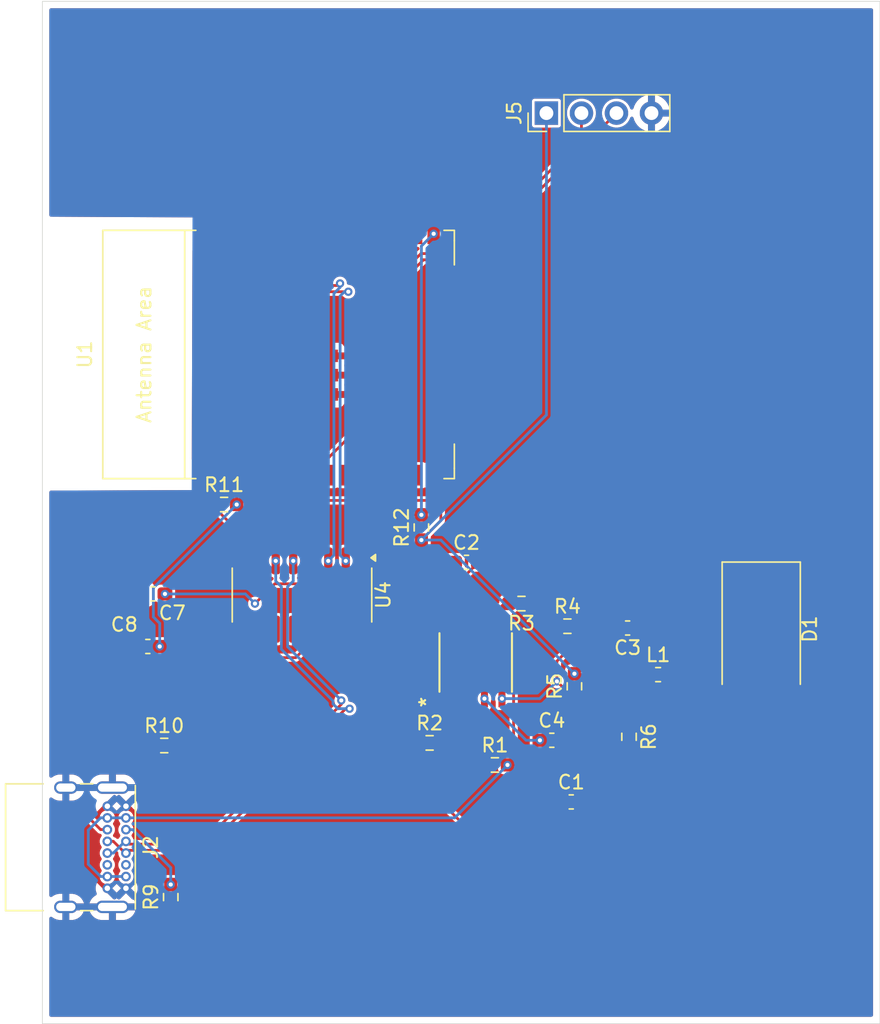
<source format=kicad_pcb>
(kicad_pcb (version 20241229) (generator "pcbnew") (generator_version "9.0")
  (layers (0 "F.Cu" signal) (2 "B.Cu" signal) (13 "F.Paste" user) (15 "B.Paste" user) (5 "F.SilkS" user "F.Silkscreen") (7 "B.SilkS" user "B.Silkscreen") (1 "F.Mask" user) (3 "B.Mask" user) (25 "Edge.Cuts" user))
  (net 0 "")
  (net 3 "VIN")
  (net 4 "GND")
  (net 5 "SW")
  (net 6 "BST")
  (net 7 "+3V3")
  (net 8 "COMP")
  (net 9 "Net-(C4-Pad2)")
  (net 10 "RTS")
  (net 11 "DTR")
  (net 13 "Net-(J2-CC2)")
  (net 14 "D+")
  (net 15 "D-")
  (net 16 "Net-(J2-CC1)")
  (net 17 "EN")
  (net 18 "FREQ")
  (net 19 "Net-(U2-FB)")
  (net 35 "N")
  (net 36 "P")
  (net 43 "unconnected-(U1-GPIO22-Pad36)")
  (net 44 "i2c+")
  (net 45 "i2c-")
  (footprint "MP1584:SOIC8E_MPS_MNP-L" (layer "F.Cu") (at 102.71 95.88 90)
    (property "Reference" "U2" (hide yes))
    (property "Value" "MP1584EN-LF-P")
    (fp_line (start 2.1209 -2.6289) (end -2.1209 -2.6289) (stroke (width 0.1524)) (layer "F.SilkS"))
    (fp_line (start -2.1209 2.6289) (end 2.1209 2.6289) (stroke (width 0.1524)) (layer "F.SilkS"))
    (fp_text user "*" (at -2.87535 -3.556 90) (layer "F.SilkS"))
    (fp_text user "*" (at -2.87535 -3.556 90) (layer "F.SilkS"))
    (pad "1" smd rect (at -2.621351 -1.905 90) (size 1.2549 0.508) (layers "F.Cu" "F.Mask" "F.Paste") (net 5 "SW"))
    (pad "2" smd rect (at -2.621351 -0.635 90) (size 1.2549 0.508) (layers "F.Cu" "F.Mask" "F.Paste") (net 17 "EN"))
    (pad "3" smd rect (at -2.621351 0.635 90) (size 1.2549 0.508) (layers "F.Cu" "F.Mask" "F.Paste") (net 8 "COMP"))
    (pad "4" smd rect (at -2.621351 1.905 90) (size 1.2549 0.508) (layers "F.Cu" "F.Mask" "F.Paste") (net 19 "Net-(U2-FB)"))
    (pad "5" smd rect (at 2.621351 1.905 90) (size 1.2549 0.508) (layers "F.Cu" "F.Mask" "F.Paste") (net 4 "GND"))
    (pad "6" smd rect (at 2.621351 0.635 90) (size 1.2549 0.508) (layers "F.Cu" "F.Mask" "F.Paste") (net 18 "FREQ"))
    (pad "7" smd rect (at 2.621351 -0.635 90) (size 1.2549 0.508) (layers "F.Cu" "F.Mask" "F.Paste") (net 3 "VIN"))
    (pad "8" smd rect (at 2.621351 -1.905 90) (size 1.2549 0.508) (layers "F.Cu" "F.Mask" "F.Paste") (net 6 "BST"))
    (pad "EPAD" smd rect (at 0 0 90) (size 2.5654 3.4544) (layers "F.Cu" "F.Mask"))
  )
  (footprint "Capacitor_SMD:C_0603_1608Metric_Pad1.08x0.95mm_HandSolder" (layer "F.Cu") (at 79.3075 90.91 180)
    (property "Reference" "C7" (at -1.3925 -1.38 0) (layer "F.SilkS"))
    (property "Value" "10uF")
    (fp_line (start -0.146267 0.51) (end 0.146267 0.51) (stroke (width 0.12)) (layer "F.SilkS"))
    (fp_line (start -0.146267 -0.51) (end 0.146267 -0.51) (stroke (width 0.12)) (layer "F.SilkS"))
    (pad "1" smd roundrect (at -0.8625 0 180) (size 1.075 0.95) (layers "F.Cu" "F.Mask" "F.Paste") (net 10 "RTS"))
    (pad "2" smd roundrect (at 0.8625 0 180) (size 1.075 0.95) (layers "F.Cu" "F.Mask" "F.Paste") (net 4 "GND"))
  )
  (footprint "Capacitor_SMD:C_0603_1608Metric_Pad1.08x0.95mm_HandSolder" (layer "F.Cu") (at 102.0425 88.62)
    (property "Reference" "C2" (at 0 -1.43 0) (layer "F.SilkS"))
    (property "Value" "100nF")
    (fp_line (start -0.146267 -0.51) (end 0.146267 -0.51) (stroke (width 0.12)) (layer "F.SilkS"))
    (fp_line (start -0.146267 0.51) (end 0.146267 0.51) (stroke (width 0.12)) (layer "F.SilkS"))
    (pad "1" smd roundrect (at -0.8625 0) (size 1.075 0.95) (layers "F.Cu" "F.Mask" "F.Paste") (net 6 "BST"))
    (pad "2" smd roundrect (at 0.8625 0) (size 1.075 0.95) (layers "F.Cu" "F.Mask" "F.Paste") (net 5 "SW"))
  )
  (footprint "Resistor_SMD:R_0603_1608Metric_Pad0.98x0.95mm_HandSolder" (layer "F.Cu") (at 98.77 86.09 90)
    (property "Reference" "R12" (at 0 -1.43 90) (layer "F.SilkS"))
    (property "Value" "10k")
    (fp_line (start -0.254724 -0.5225) (end 0.254724 -0.5225) (stroke (width 0.12)) (layer "F.SilkS"))
    (fp_line (start -0.254724 0.5225) (end 0.254724 0.5225) (stroke (width 0.12)) (layer "F.SilkS"))
    (pad "1" smd roundrect (at -0.9125 0 90) (size 0.975 0.95) (layers "F.Cu" "F.Mask" "F.Paste") (net 7 "+3V3"))
    (pad "2" smd roundrect (at 0.9125 0 90) (size 0.975 0.95) (layers "F.Cu" "F.Mask" "F.Paste") (net 10 "RTS"))
  )
  (footprint "Resistor_SMD:R_0603_1608Metric_Pad0.98x0.95mm_HandSolder" (layer "F.Cu") (at 80.1175 101.9)
    (property "Reference" "R10" (at 0 -1.43 0) (layer "F.SilkS"))
    (property "Value" "5.1k")
    (fp_line (start -0.254724 -0.5225) (end 0.254724 -0.5225) (stroke (width 0.12)) (layer "F.SilkS"))
    (fp_line (start -0.254724 0.5225) (end 0.254724 0.5225) (stroke (width 0.12)) (layer "F.SilkS"))
    (pad "1" smd roundrect (at -0.9125 0) (size 0.975 0.95) (layers "F.Cu" "F.Mask" "F.Paste") (net 4 "GND"))
    (pad "2" smd roundrect (at 0.9125 0) (size 0.975 0.95) (layers "F.Cu" "F.Mask" "F.Paste") (net 13 "Net-(J2-CC2)"))
  )
  (footprint "Package_SO:SOIC-16_3.9x9.9mm_P1.27mm" (layer "F.Cu") (at 90.11 90.99 -90)
    (property "Reference" "U4" (at 0 -5.9 90) (layer "F.SilkS"))
    (property "Value" "CH340C")
    (fp_line (start 0 5.06) (end -1.95 5.06) (stroke (width 0.12)) (layer "F.SilkS"))
    (fp_line (start 0 5.06) (end 1.95 5.06) (stroke (width 0.12)) (layer "F.SilkS"))
    (fp_line (start 0 -5.06) (end -1.95 -5.06) (stroke (width 0.12)) (layer "F.SilkS"))
    (fp_line (start 0 -5.06) (end 1.95 -5.06) (stroke (width 0.12)) (layer "F.SilkS"))
    (fp_poly (pts (xy -2.7 -5.005) (xy -2.94 -5.335) (xy -2.46 -5.335) (xy -2.7 -5.005)) (stroke (width 0.12)) (fill yes) (layer "F.SilkS"))
    (pad "1" smd roundrect (at -2.475 -4.445 270) (size 1.95 0.6) (layers "F.Cu" "F.Mask" "F.Paste") (net 4 "GND"))
    (pad "2" smd roundrect (at -2.475 -3.175 270) (size 1.95 0.6) (layers "F.Cu" "F.Mask" "F.Paste") (net 35 "N"))
    (pad "3" smd roundrect (at -2.475 -1.905 270) (size 1.95 0.6) (layers "F.Cu" "F.Mask" "F.Paste") (net 36 "P"))
    (pad "4" smd roundrect (at -2.475 -0.635 270) (size 1.95 0.6) (layers "F.Cu" "F.Mask" "F.Paste"))
    (pad "5" smd roundrect (at -2.475 0.635 270) (size 1.95 0.6) (layers "F.Cu" "F.Mask" "F.Paste") (net 14 "D+"))
    (pad "6" smd roundrect (at -2.475 1.905 270) (size 1.95 0.6) (layers "F.Cu" "F.Mask" "F.Paste") (net 15 "D-"))
    (pad "7" smd roundrect (at -2.475 3.175 270) (size 1.95 0.6) (layers "F.Cu" "F.Mask" "F.Paste"))
    (pad "8" smd roundrect (at -2.475 4.445 270) (size 1.95 0.6) (layers "F.Cu" "F.Mask" "F.Paste"))
    (pad "9" smd roundrect (at 2.475 4.445 270) (size 1.95 0.6) (layers "F.Cu" "F.Mask" "F.Paste"))
    (pad "10" smd roundrect (at 2.475 3.175 270) (size 1.95 0.6) (layers "F.Cu" "F.Mask" "F.Paste"))
    (pad "11" smd roundrect (at 2.475 1.905 270) (size 1.95 0.6) (layers "F.Cu" "F.Mask" "F.Paste"))
    (pad "12" smd roundrect (at 2.475 0.635 270) (size 1.95 0.6) (layers "F.Cu" "F.Mask" "F.Paste"))
    (pad "13" smd roundrect (at 2.475 -0.635 270) (size 1.95 0.6) (layers "F.Cu" "F.Mask" "F.Paste") (net 11 "DTR"))
    (pad "14" smd roundrect (at 2.475 -1.905 270) (size 1.95 0.6) (layers "F.Cu" "F.Mask" "F.Paste") (net 10 "RTS"))
    (pad "15" smd roundrect (at 2.475 -3.175 270) (size 1.95 0.6) (layers "F.Cu" "F.Mask" "F.Paste"))
    (pad "16" smd roundrect (at 2.475 -4.445 270) (size 1.95 0.6) (layers "F.Cu" "F.Mask" "F.Paste") (net 7 "+3V3"))
  )
  (footprint "Capacitor_SMD:C_0603_1608Metric_Pad1.08x0.95mm_HandSolder" (layer "F.Cu") (at 113.73 93.38 180)
    (property "Reference" "C3" (at 0 -1.43 0) (layer "F.SilkS"))
    (property "Value" "22uF")
    (fp_line (start -0.146267 0.51) (end 0.146267 0.51) (stroke (width 0.12)) (layer "F.SilkS"))
    (fp_line (start -0.146267 -0.51) (end 0.146267 -0.51) (stroke (width 0.12)) (layer "F.SilkS"))
    (pad "1" smd roundrect (at -0.8625 0 180) (size 1.075 0.95) (layers "F.Cu" "F.Mask" "F.Paste") (net 7 "+3V3"))
    (pad "2" smd roundrect (at 0.8625 0 180) (size 1.075 0.95) (layers "F.Cu" "F.Mask" "F.Paste") (net 4 "GND"))
  )
  (footprint "Connector_PinHeader_2.54mm:PinHeader_1x04_P2.54mm_Vertical" (layer "F.Cu") (at 107.84 56.05 90)
    (property "Reference" "J5" (at 0 -2.33 90) (layer "F.SilkS"))
    (property "Value" "Display Connector")
    (fp_line (start -1.33 -1.33) (end 0 -1.33) (stroke (width 0.12)) (layer "F.SilkS"))
    (fp_line (start -1.33 0) (end -1.33 -1.33) (stroke (width 0.12)) (layer "F.SilkS"))
    (fp_line (start 1.33 1.27) (end 1.33 8.95) (stroke (width 0.12)) (layer "F.SilkS"))
    (fp_line (start -1.33 1.27) (end 1.33 1.27) (stroke (width 0.12)) (layer "F.SilkS"))
    (fp_line (start -1.33 1.27) (end -1.33 8.95) (stroke (width 0.12)) (layer "F.SilkS"))
    (fp_line (start -1.33 8.95) (end 1.33 8.95) (stroke (width 0.12)) (layer "F.SilkS"))
    (pad "1" thru_hole rect (at 0 0 90) (size 1.7 1.7) (drill 1) (layers "*.Cu" "*.Mask") (net 7 "+3V3"))
    (pad "2" thru_hole oval (at 0 2.54 90) (size 1.7 1.7) (drill 1) (layers "*.Cu" "*.Mask") (net 44 "i2c+"))
    (pad "3" thru_hole oval (at 0 5.08 90) (size 1.7 1.7) (drill 1) (layers "*.Cu" "*.Mask") (net 45 "i2c-"))
    (pad "4" thru_hole oval (at 0 7.62 90) (size 1.7 1.7) (drill 1) (layers "*.Cu" "*.Mask") (net 4 "GND"))
  )
  (footprint "Resistor_SMD:R_0603_1608Metric_Pad0.98x0.95mm_HandSolder" (layer "F.Cu") (at 99.3675 101.71)
    (property "Reference" "R2" (at 0 -1.43 0) (layer "F.SilkS"))
    (property "Value" "24.9k")
    (fp_line (start -0.254724 -0.5225) (end 0.254724 -0.5225) (stroke (width 0.12)) (layer "F.SilkS"))
    (fp_line (start -0.254724 0.5225) (end 0.254724 0.5225) (stroke (width 0.12)) (layer "F.SilkS"))
    (pad "1" smd roundrect (at -0.9125 0) (size 0.975 0.95) (layers "F.Cu" "F.Mask" "F.Paste") (net 4 "GND"))
    (pad "2" smd roundrect (at 0.9125 0) (size 0.975 0.95) (layers "F.Cu" "F.Mask" "F.Paste") (net 17 "EN"))
  )
  (footprint "Resistor_SMD:R_0603_1608Metric_Pad0.98x0.95mm_HandSolder" (layer "F.Cu") (at 106.03 91.61 180)
    (property "Reference" "R3" (at 0 -1.43 0) (layer "F.SilkS"))
    (property "Value" "200k")
    (fp_line (start -0.254724 0.5225) (end 0.254724 0.5225) (stroke (width 0.12)) (layer "F.SilkS"))
    (fp_line (start -0.254724 -0.5225) (end 0.254724 -0.5225) (stroke (width 0.12)) (layer "F.SilkS"))
    (pad "1" smd roundrect (at -0.9125 0 180) (size 0.975 0.95) (layers "F.Cu" "F.Mask" "F.Paste") (net 4 "GND"))
    (pad "2" smd roundrect (at 0.9125 0 180) (size 0.975 0.95) (layers "F.Cu" "F.Mask" "F.Paste") (net 18 "FREQ"))
  )
  (footprint "Capacitor_SMD:C_0603_1608Metric_Pad1.08x0.95mm_HandSolder" (layer "F.Cu") (at 109.64 105.99)
    (property "Reference" "C1" (at 0 -1.43 0) (layer "F.SilkS"))
    (property "Value" "10uF")
    (fp_line (start -0.146267 -0.51) (end 0.146267 -0.51) (stroke (width 0.12)) (layer "F.SilkS"))
    (fp_line (start -0.146267 0.51) (end 0.146267 0.51) (stroke (width 0.12)) (layer "F.SilkS"))
    (pad "1" smd roundrect (at -0.8625 0) (size 1.075 0.95) (layers "F.Cu" "F.Mask" "F.Paste") (net 3 "VIN"))
    (pad "2" smd roundrect (at 0.8625 0) (size 1.075 0.95) (layers "F.Cu" "F.Mask" "F.Paste") (net 4 "GND"))
  )
  (footprint "Resistor_SMD:R_0603_1608Metric_Pad0.98x0.95mm_HandSolder" (layer "F.Cu") (at 80.59 112.89 90)
    (property "Reference" "R9" (at 0 -1.43 90) (layer "F.SilkS"))
    (property "Value" "5.1k")
    (fp_line (start -0.254724 -0.5225) (end 0.254724 -0.5225) (stroke (width 0.12)) (layer "F.SilkS"))
    (fp_line (start -0.254724 0.5225) (end 0.254724 0.5225) (stroke (width 0.12)) (layer "F.SilkS"))
    (pad "1" smd roundrect (at -0.9125 0 90) (size 0.975 0.95) (layers "F.Cu" "F.Mask" "F.Paste") (net 4 "GND"))
    (pad "2" smd roundrect (at 0.9125 0 90) (size 0.975 0.95) (layers "F.Cu" "F.Mask" "F.Paste") (net 16 "Net-(J2-CC1)"))
  )
  (footprint "PCM_Espressif:ESP32-WROOM-32E" (layer "F.Cu") (at 90.16 73.55 90)
    (property "Reference" "U1" (at 0 -15.8 90) (layer "F.SilkS"))
    (property "Value" "ESP32-WROOM-E")
    (fp_line (start 9 -14.5) (end 9 -7.75) (stroke (width 0.12)) (layer "F.SilkS"))
    (fp_line (start -9 -14.5) (end 9 -14.5) (stroke (width 0.12)) (layer "F.SilkS"))
    (fp_line (start -9 -14.5) (end -9 -7.75) (stroke (width 0.12)) (layer "F.SilkS"))
    (fp_line (start 9 -8.56) (end -9 -8.56) (stroke (width 0.12)) (layer "F.SilkS"))
    (fp_line (start 9 10.25) (end 9 11) (stroke (width 0.12)) (layer "F.SilkS"))
    (fp_line (start -9 10.25) (end -9 11) (stroke (width 0.12)) (layer "F.SilkS"))
    (fp_line (start 9 11) (end 8.25 11) (stroke (width 0.12)) (layer "F.SilkS"))
    (fp_line (start 8.25 11) (end 6.5 11) (stroke (width 0.12)) (layer "F.SilkS"))
    (fp_line (start -8.25 11) (end -6.5 11) (stroke (width 0.12)) (layer "F.SilkS"))
    (fp_line (start -9 11) (end -8.25 11) (stroke (width 0.12)) (layer "F.SilkS"))
    (fp_text user "Antenna Area" (at 0 -11.5 90) (layer "F.SilkS"))
    (pad "1" smd rect (at -8.75 -7.01 90) (size 1.5 0.9) (layers "F.Cu" "F.Mask" "F.Paste") (net 4 "GND"))
    (pad "2" smd rect (at -8.75 -5.74 90) (size 1.5 0.9) (layers "F.Cu" "F.Mask" "F.Paste") (net 7 "+3V3"))
    (pad "3" smd rect (at -8.75 -4.47 90) (size 1.5 0.9) (layers "F.Cu" "F.Mask" "F.Paste") (net 11 "DTR"))
    (pad "4" smd rect (at -8.75 -3.2 90) (size 1.5 0.9) (layers "F.Cu" "F.Mask" "F.Paste"))
    (pad "5" smd rect (at -8.75 -1.93 90) (size 1.5 0.9) (layers "F.Cu" "F.Mask" "F.Paste"))
    (pad "6" smd rect (at -8.75 -0.66 90) (size 1.5 0.9) (layers "F.Cu" "F.Mask" "F.Paste"))
    (pad "7" smd rect (at -8.75 0.61 90) (size 1.5 0.9) (layers "F.Cu" "F.Mask" "F.Paste") (net 44 "i2c+"))
    (pad "8" smd rect (at -8.75 1.88 90) (size 1.5 0.9) (layers "F.Cu" "F.Mask" "F.Paste"))
    (pad "9" smd rect (at -8.75 3.15 90) (size 1.5 0.9) (layers "F.Cu" "F.Mask" "F.Paste"))
    (pad "10" smd rect (at -8.75 4.42 90) (size 1.5 0.9) (layers "F.Cu" "F.Mask" "F.Paste") (net 45 "i2c-"))
    (pad "11" smd rect (at -8.75 5.69 90) (size 1.5 0.9) (layers "F.Cu" "F.Mask" "F.Paste"))
    (pad "12" smd rect (at -8.75 6.96 90) (size 1.5 0.9) (layers "F.Cu" "F.Mask" "F.Paste"))
    (pad "13" smd rect (at -8.75 8.23 90) (size 1.5 0.9) (layers "F.Cu" "F.Mask" "F.Paste"))
    (pad "14" smd rect (at -8.75 9.5 90) (size 1.5 0.9) (layers "F.Cu" "F.Mask" "F.Paste"))
    (pad "15" smd rect (at -5.72 10.75 180) (size 1.5 0.9) (layers "F.Cu" "F.Mask" "F.Paste") (net 4 "GND"))
    (pad "16" smd rect (at -4.45 10.75 180) (size 1.5 0.9) (layers "F.Cu" "F.Mask" "F.Paste"))
    (pad "17" smd rect (at -3.18 10.75 180) (size 1.5 0.9) (layers "F.Cu" "F.Mask" "F.Paste"))
    (pad "18" smd rect (at -1.91 10.75 180) (size 1.5 0.9) (layers "F.Cu" "F.Mask" "F.Paste"))
    (pad "19" smd rect (at -0.64 10.75 180) (size 1.5 0.9) (layers "F.Cu" "F.Mask" "F.Paste"))
    (pad "20" smd rect (at 0.63 10.75 180) (size 1.5 0.9) (layers "F.Cu" "F.Mask" "F.Paste"))
    (pad "21" smd rect (at 1.9 10.75 180) (size 1.5 0.9) (layers "F.Cu" "F.Mask" "F.Paste"))
    (pad "22" smd rect (at 3.17 10.75 180) (size 1.5 0.9) (layers "F.Cu" "F.Mask" "F.Paste"))
    (pad "23" smd rect (at 4.44 10.75 180) (size 1.5 0.9) (layers "F.Cu" "F.Mask" "F.Paste"))
    (pad "24" smd rect (at 5.71 10.75 180) (size 1.5 0.9) (layers "F.Cu" "F.Mask" "F.Paste"))
    (pad "25" smd rect (at 8.75 9.5 270) (size 1.5 0.9) (layers "F.Cu" "F.Mask" "F.Paste") (net 10 "RTS"))
    (pad "26" smd rect (at 8.75 8.23 270) (size 1.5 0.9) (layers "F.Cu" "F.Mask" "F.Paste"))
    (pad "27" smd rect (at 8.75 6.96 270) (size 1.5 0.9) (layers "F.Cu" "F.Mask" "F.Paste"))
    (pad "28" smd rect (at 8.75 5.69 270) (size 1.5 0.9) (layers "F.Cu" "F.Mask" "F.Paste"))
    (pad "29" smd rect (at 8.75 4.42 270) (size 1.5 0.9) (layers "F.Cu" "F.Mask" "F.Paste"))
    (pad "30" smd rect (at 8.75 3.15 270) (size 1.5 0.9) (layers "F.Cu" "F.Mask" "F.Paste"))
    (pad "31" smd rect (at 8.75 1.88 270) (size 1.5 0.9) (layers "F.Cu" "F.Mask" "F.Paste"))
    (pad "32" smd rect (at 8.75 0.61 270) (size 1.5 0.9) (layers "F.Cu" "F.Mask" "F.Paste"))
    (pad "33" smd rect (at 8.75 -0.66 270) (size 1.5 0.9) (layers "F.Cu" "F.Mask" "F.Paste"))
    (pad "34" smd rect (at 8.75 -1.93 270) (size 1.5 0.9) (layers "F.Cu" "F.Mask" "F.Paste") (net 36 "P"))
    (pad "35" smd rect (at 8.75 -3.2 270) (size 1.5 0.9) (layers "F.Cu" "F.Mask" "F.Paste") (net 35 "N"))
    (pad "36" smd rect (at 8.75 -4.47 270) (size 1.5 0.9) (layers "F.Cu" "F.Mask" "F.Paste") (net 43 "unconnected-(U1-GPIO22-Pad36)"))
    (pad "37" smd rect (at 8.75 -5.74 270) (size 1.5 0.9) (layers "F.Cu" "F.Mask" "F.Paste"))
    (pad "38" smd rect (at 8.75 -7.01 270) (size 1.5 0.9) (layers "F.Cu" "F.Mask" "F.Paste") (net 4 "GND"))
    (pad "39" smd rect (at -2.9 -0.69 270) (size 0.9 0.9) (layers "F.Cu" "F.Mask" "F.Paste") (net 4 "GND"))
    (pad "39" smd rect (at -2.9 -0.69 270) (size 0.9 0.9) (layers "F.Cu" "F.Mask" "F.Paste") (net 4 "GND"))
    (pad "39" smd rect (at -2.9 0.71 270) (size 0.9 0.9) (layers "F.Cu" "F.Mask" "F.Paste") (net 4 "GND"))
    (pad "39" smd rect (at -2.9 2.11 270) (size 0.9 0.9) (layers "F.Cu" "F.Mask" "F.Paste") (net 4 "GND"))
    (pad "39" smd rect (at -2.9 2.11 270) (size 0.9 0.9) (layers "F.Cu" "F.Mask" "F.Paste") (net 4 "GND"))
    (pad "39" smd rect (at -1.5 -0.69 270) (size 0.9 0.9) (layers "F.Cu" "F.Mask" "F.Paste") (net 4 "GND"))
    (pad "39" smd rect (at -1.5 0.71 270) (size 0.9 0.9) (layers "F.Cu" "F.Mask" "F.Paste") (net 4 "GND"))
    (pad "39" smd rect (at -1.5 2.11 270) (size 0.9 0.9) (layers "F.Cu" "F.Mask" "F.Paste") (net 4 "GND"))
    (pad "39" smd rect (at -1.5 2.11 270) (size 0.9 0.9) (layers "F.Cu" "F.Mask" "F.Paste") (net 4 "GND"))
    (pad "39" smd rect (at -0.1 -0.69 270) (size 0.9 0.9) (layers "F.Cu" "F.Mask" "F.Paste") (net 4 "GND"))
    (pad "39" smd rect (at -0.1 0.71 270) (size 0.9 0.9) (layers "F.Cu" "F.Mask" "F.Paste") (net 4 "GND"))
    (pad "39" smd rect (at -0.1 2.11 270) (size 0.9 0.9) (layers "F.Cu" "F.Mask" "F.Paste") (net 4 "GND"))
    (zone (net 0) (net_name "") (layers "F.Cu" "B.Cu") (name "antenna keepout") (connect_pads (clearance 0)) (min_thickness 0.254)
      (keepout (tracks not_allowed) (vias not_allowed) (pads not_allowed) (copperpour not_allowed) (footprints not_allowed))
      (fill (thermal_gap 0.508) (thermal_bridge_width 0.508))
      (polygon (pts (xy 81.61 64.55) (xy 81.61 82.55) (xy 75.66 82.55) (xy 75.66 64.55)))
    )
  )
  (footprint "Diode_SMD:D_3220_8050Metric_Pad2.65x5.15mm_HandSolder" (layer "F.Cu") (at 123.42 93.46 -90)
    (property "Reference" "D1" (at 0 -3.52 90) (layer "F.SilkS"))
    (property "Value" "D_Schottky")
    (fp_line (start -4.86 2.835) (end 4 2.835) (stroke (width 0.12)) (layer "F.SilkS"))
    (fp_line (start -4.86 -2.835) (end -4.86 2.835) (stroke (width 0.12)) (layer "F.SilkS"))
    (fp_line (start 4 -2.835) (end -4.86 -2.835) (stroke (width 0.12)) (layer "F.SilkS"))
    (pad "1" smd roundrect (at -3.275 0 270) (size 2.65 5.15) (layers "F.Cu" "F.Mask" "F.Paste") (roundrect_rratio 0.09434) (net 4 "GND"))
    (pad "2" smd roundrect (at 3.275 0 270) (size 2.65 5.15) (layers "F.Cu" "F.Mask" "F.Paste") (roundrect_rratio 0.09434) (net 5 "SW"))
  )
  (footprint "Capacitor_SMD:C_0603_1608Metric_Pad1.08x0.95mm_HandSolder" (layer "F.Cu") (at 108.23 101.52)
    (property "Reference" "C4" (at 0 -1.43 0) (layer "F.SilkS"))
    (property "Value" "220pF")
    (fp_line (start -0.146267 -0.51) (end 0.146267 -0.51) (stroke (width 0.12)) (layer "F.SilkS"))
    (fp_line (start -0.146267 0.51) (end 0.146267 0.51) (stroke (width 0.12)) (layer "F.SilkS"))
    (pad "1" smd roundrect (at -0.8625 0) (size 1.075 0.95) (layers "F.Cu" "F.Mask" "F.Paste") (net 8 "COMP"))
    (pad "2" smd roundrect (at 0.8625 0) (size 1.075 0.95) (layers "F.Cu" "F.Mask" "F.Paste") (net 9 "Net-(C4-Pad2)"))
  )
  (footprint "Capacitor_SMD:C_0603_1608Metric_Pad1.08x0.95mm_HandSolder" (layer "F.Cu") (at 78.9275 94.72)
    (property "Reference" "C8" (at -1.7075 -1.59 0) (layer "F.SilkS"))
    (property "Value" "10uF")
    (fp_line (start -0.146267 -0.51) (end 0.146267 -0.51) (stroke (width 0.12)) (layer "F.SilkS"))
    (fp_line (start -0.146267 0.51) (end 0.146267 0.51) (stroke (width 0.12)) (layer "F.SilkS"))
    (pad "1" smd roundrect (at -0.8625 0) (size 1.075 0.95) (layers "F.Cu" "F.Mask" "F.Paste") (net 4 "GND"))
    (pad "2" smd roundrect (at 0.8625 0) (size 1.075 0.95) (layers "F.Cu" "F.Mask" "F.Paste") (net 11 "DTR"))
  )
  (footprint "Connector_USB:USB_C_Receptacle_GCT_USB4085" (layer "F.Cu") (at 77.34 106.3 -90)
    (property "Reference" "J2" (at 2.975 -1.8 90) (layer "F.SilkS"))
    (property "Value" "USB_C_Receptacle_USB2.0_14P" (hide yes))
    (fp_line (start -1.62 8.73) (end 7.57 8.73) (stroke (width 0.12)) (layer "F.SilkS"))
    (fp_line (start -1.62 6) (end -1.62 8.73) (stroke (width 0.12)) (layer "F.SilkS"))
    (fp_line (start 7.57 6) (end 7.57 8.73) (stroke (width 0.12)) (layer "F.SilkS"))
    (fp_line (start -1.62 2.4) (end -1.62 3.3) (stroke (width 0.12)) (layer "F.SilkS"))
    (fp_line (start 7.57 2.4) (end 7.57 3.3) (stroke (width 0.12)) (layer "F.SilkS"))
    (fp_line (start -1.5 -0.68) (end 7.45 -0.68) (stroke (width 0.12)) (layer "F.SilkS"))
    (pad "A1" thru_hole circle (at 0 0 270) (size 0.7 0.7) (drill 0.4) (layers "*.Cu" "*.Mask") (net 4 "GND"))
    (pad "A4" thru_hole circle (at 0.85 0 270) (size 0.7 0.7) (drill 0.4) (layers "*.Cu" "*.Mask") (net 3 "VIN"))
    (pad "A5" thru_hole circle (at 1.7 0 270) (size 0.7 0.7) (drill 0.4) (layers "*.Cu" "*.Mask") (net 16 "Net-(J2-CC1)"))
    (pad "A6" thru_hole circle (at 2.55 0 270) (size 0.7 0.7) (drill 0.4) (layers "*.Cu" "*.Mask") (net 14 "D+"))
    (pad "A7" thru_hole circle (at 3.4 0 270) (size 0.7 0.7) (drill 0.4) (layers "*.Cu" "*.Mask") (net 15 "D-"))
    (pad "A8" thru_hole circle (at 4.25 0 270) (size 0.7 0.7) (drill 0.4) (layers "*.Cu" "*.Mask"))
    (pad "A9" thru_hole circle (at 5.1 0 270) (size 0.7 0.7) (drill 0.4) (layers "*.Cu" "*.Mask") (net 3 "VIN"))
    (pad "A12" thru_hole circle (at 5.95 0 270) (size 0.7 0.7) (drill 0.4) (layers "*.Cu" "*.Mask") (net 4 "GND"))
    (pad "B1" thru_hole circle (at 5.95 1.35 270) (size 0.7 0.7) (drill 0.4) (layers "*.Cu" "*.Mask") (net 4 "GND"))
    (pad "B4" thru_hole circle (at 5.1 1.35 270) (size 0.7 0.7) (drill 0.4) (layers "*.Cu" "*.Mask") (net 3 "VIN"))
    (pad "B5" thru_hole circle (at 4.25 1.35 270) (size 0.7 0.7) (drill 0.4) (layers "*.Cu" "*.Mask") (net 13 "Net-(J2-CC2)"))
    (pad "B6" thru_hole circle (at 3.4 1.35 270) (size 0.7 0.7) (drill 0.4) (layers "*.Cu" "*.Mask") (net 14 "D+"))
    (pad "B7" thru_hole circle (at 2.55 1.35 270) (size 0.7 0.7) (drill 0.4) (layers "*.Cu" "*.Mask") (net 15 "D-"))
    (pad "B8" thru_hole circle (at 1.7 1.35 270) (size 0.7 0.7) (drill 0.4) (layers "*.Cu" "*.Mask"))
    (pad "B9" thru_hole circle (at 0.85 1.35 270) (size 0.7 0.7) (drill 0.4) (layers "*.Cu" "*.Mask") (net 3 "VIN"))
    (pad "B12" thru_hole circle (at 0 1.35 270) (size 0.7 0.7) (drill 0.4) (layers "*.Cu" "*.Mask") (net 4 "GND"))
    (pad "S1" thru_hole oval (at -1.35 0.98 270) (size 0.9 2.4) (drill oval 0.6 2.1) (layers "*.Cu" "*.Mask") (net 4 "GND"))
    (pad "S1" thru_hole oval (at -1.35 4.36 270) (size 0.9 1.7) (drill oval 0.6 1.4) (layers "*.Cu" "*.Mask") (net 4 "GND"))
    (pad "S1" thru_hole oval (at 7.3 0.98 270) (size 0.9 2.4) (drill oval 0.6 2.1) (layers "*.Cu" "*.Mask") (net 4 "GND"))
    (pad "S1" thru_hole oval (at 7.3 4.36 270) (size 0.9 1.7) (drill oval 0.6 1.4) (layers "*.Cu" "*.Mask") (net 4 "GND"))
  )
  (footprint "Resistor_SMD:R_0603_1608Metric_Pad0.98x0.95mm_HandSolder" (layer "F.Cu") (at 109.87 97.6075 90)
    (property "Reference" "R5" (at 0 -1.43 90) (layer "F.SilkS"))
    (property "Value" "124k")
    (fp_line (start -0.254724 -0.5225) (end 0.254724 -0.5225) (stroke (width 0.12)) (layer "F.SilkS"))
    (fp_line (start -0.254724 0.5225) (end 0.254724 0.5225) (stroke (width 0.12)) (layer "F.SilkS"))
    (pad "1" smd roundrect (at -0.9125 0 90) (size 0.975 0.95) (layers "F.Cu" "F.Mask" "F.Paste") (net 19 "Net-(U2-FB)"))
    (pad "2" smd roundrect (at 0.9125 0 90) (size 0.975 0.95) (layers "F.Cu" "F.Mask" "F.Paste") (net 7 "+3V3"))
  )
  (footprint "Resistor_SMD:R_0603_1608Metric_Pad0.98x0.95mm_HandSolder" (layer "F.Cu") (at 104.1025 103.31)
    (property "Reference" "R1" (at 0 -1.43 0) (layer "F.SilkS"))
    (property "Value" "100k")
    (fp_line (start -0.254724 -0.5225) (end 0.254724 -0.5225) (stroke (width 0.12)) (layer "F.SilkS"))
    (fp_line (start -0.254724 0.5225) (end 0.254724 0.5225) (stroke (width 0.12)) (layer "F.SilkS"))
    (pad "1" smd roundrect (at -0.9125 0) (size 0.975 0.95) (layers "F.Cu" "F.Mask" "F.Paste") (net 17 "EN"))
    (pad "2" smd roundrect (at 0.9125 0) (size 0.975 0.95) (layers "F.Cu" "F.Mask" "F.Paste") (net 3 "VIN"))
  )
  (footprint "Resistor_SMD:R_0603_1608Metric_Pad0.98x0.95mm_HandSolder" (layer "F.Cu") (at 109.3625 93.25)
    (property "Reference" "R4" (at 0 -1.43 0) (layer "F.SilkS"))
    (property "Value" "40.2k")
    (fp_line (start -0.254724 -0.5225) (end 0.254724 -0.5225) (stroke (width 0.12)) (layer "F.SilkS"))
    (fp_line (start -0.254724 0.5225) (end 0.254724 0.5225) (stroke (width 0.12)) (layer "F.SilkS"))
    (pad "1" smd roundrect (at -0.9125 0) (size 0.975 0.95) (layers "F.Cu" "F.Mask" "F.Paste") (net 4 "GND"))
    (pad "2" smd roundrect (at 0.9125 0) (size 0.975 0.95) (layers "F.Cu" "F.Mask" "F.Paste") (net 19 "Net-(U2-FB)"))
  )
  (footprint "Resistor_SMD:R_0603_1608Metric_Pad0.98x0.95mm_HandSolder" (layer "F.Cu") (at 84.46 84.43)
    (property "Reference" "R11" (at 0 -1.43 0) (layer "F.SilkS"))
    (property "Value" "10k")
    (fp_line (start -0.254724 -0.5225) (end 0.254724 -0.5225) (stroke (width 0.12)) (layer "F.SilkS"))
    (fp_line (start -0.254724 0.5225) (end 0.254724 0.5225) (stroke (width 0.12)) (layer "F.SilkS"))
    (pad "1" smd roundrect (at -0.9125 0) (size 0.975 0.95) (layers "F.Cu" "F.Mask" "F.Paste") (net 7 "+3V3"))
    (pad "2" smd roundrect (at 0.9125 0) (size 0.975 0.95) (layers "F.Cu" "F.Mask" "F.Paste") (net 11 "DTR"))
  )
  (footprint "Resistor_SMD:R_0603_1608Metric_Pad0.98x0.95mm_HandSolder" (layer "F.Cu") (at 113.83 101.2675 -90)
    (property "Reference" "R6" (at 0 -1.43 90) (layer "F.SilkS"))
    (property "Value" "68.1k")
    (fp_line (start -0.254724 0.5225) (end 0.254724 0.5225) (stroke (width 0.12)) (layer "F.SilkS"))
    (fp_line (start -0.254724 -0.5225) (end 0.254724 -0.5225) (stroke (width 0.12)) (layer "F.SilkS"))
    (pad "1" smd roundrect (at -0.9125 0 270) (size 0.975 0.95) (layers "F.Cu" "F.Mask" "F.Paste") (net 4 "GND"))
    (pad "2" smd roundrect (at 0.9125 0 270) (size 0.975 0.95) (layers "F.Cu" "F.Mask" "F.Paste") (net 9 "Net-(C4-Pad2)"))
  )
  (footprint "Inductor_SMD:L_0603_1608Metric_Pad1.05x0.95mm_HandSolder" (layer "F.Cu") (at 115.94 96.76)
    (property "Reference" "L1" (at 0 -1.43 0) (layer "F.SilkS"))
    (property "Value" "10uH")
    (fp_line (start -0.171267 -0.51) (end 0.171267 -0.51) (stroke (width 0.12)) (layer "F.SilkS"))
    (fp_line (start -0.171267 0.51) (end 0.171267 0.51) (stroke (width 0.12)) (layer "F.SilkS"))
    (pad "1" smd roundrect (at -0.875 0) (size 1.05 0.95) (layers "F.Cu" "F.Mask" "F.Paste") (net 7 "+3V3"))
    (pad "2" smd roundrect (at 0.875 0) (size 1.05 0.95) (layers "F.Cu" "F.Mask" "F.Paste") (net 5 "SW"))
  )
  (gr_rect (start 71.28 47.95) (end 132.03 122.07) (stroke (width 0.05)) (fill no) (layer "Edge.Cuts"))
  (segment (start 104.6519 94.21) (end 102.82 94.21) (width 0.2) (layer "F.Cu") (net 3))
  (segment (start 105.015 103.31) (end 106.0975 103.31) (width 0.2) (layer "F.Cu") (net 3))
  (segment (start 106.0975 103.31) (end 108.7775 105.99) (width 0.2) (layer "F.Cu") (net 3))
  (segment (start 102.82 94.21) (end 102.075 93.465) (width 0.2) (layer "F.Cu") (net 3))
  (segment (start 105.46 102.865) (end 105.46 95.0181) (width 0.2) (layer "F.Cu") (net 3))
  (segment (start 105.46 95.0181) (end 104.6519 94.21) (width 0.2) (layer "F.Cu") (net 3))
  (segment (start 105.015 103.31) (end 105.46 102.865) (width 0.2) (layer "F.Cu") (net 3))
  (via (at 105.015 103.31) (size 0.6) (drill 0.3) (layers "F.Cu" "B.Cu") (net 3))
  (segment (start 75.500026 107.145) (end 74.61 108.035026) (width 0.2) (layer "B.Cu") (net 3))
  (segment (start 75.500026 111.395) (end 75.995 111.395) (width 0.2) (layer "B.Cu") (net 3))
  (segment (start 75.995 107.145) (end 75.500026 107.145) (width 0.2) (layer "B.Cu") (net 3))
  (segment (start 74.61 110.504974) (end 75.500026 111.395) (width 0.2) (layer "B.Cu") (net 3))
  (segment (start 75.995 111.395) (end 77.345 111.395) (width 0.2) (layer "B.Cu") (net 3))
  (segment (start 75.995 107.145) (end 77.345 107.145) (width 0.2) (layer "B.Cu") (net 3))
  (segment (start 77.345 107.145) (end 101.18 107.145) (width 0.2) (layer "B.Cu") (net 3))
  (segment (start 101.18 107.145) (end 105.015 103.31) (width 0.2) (layer "B.Cu") (net 3))
  (segment (start 74.61 108.035026) (end 74.61 110.504974) (width 0.2) (layer "B.Cu") (net 3))
  (segment (start 101.52 94.027099) (end 101.52 90.005) (width 0.2) (layer "F.Cu") (net 5))
  (segment (start 105.009 110.811) (end 109.159 110.811) (width 0.2) (layer "F.Cu") (net 5))
  (segment (start 116.815 96.76) (end 123.18 96.76) (width 0.2) (layer "F.Cu") (net 5))
  (segment (start 100.6 94.45) (end 100.76 94.29) (width 0.2) (layer "F.Cu") (net 5))
  (segment (start 109.159 110.811) (end 116.815 103.155) (width 0.2) (layer "F.Cu") (net 5))
  (segment (start 99.4915 105.2935) (end 105.009 110.811) (width 0.2) (layer "F.Cu") (net 5))
  (segment (start 100.76 94.29) (end 101.257099 94.29) (width 0.2) (layer "F.Cu") (net 5))
  (segment (start 100.805 98.501351) (end 99.4915 99.814851) (width 0.2) (layer "F.Cu") (net 5))
  (segment (start 100.805 98.501351) (end 100.6 98.296351) (width 0.2) (layer "F.Cu") (net 5))
  (segment (start 116.815 103.155) (end 116.815 96.76) (width 0.2) (layer "F.Cu") (net 5))
  (segment (start 101.257099 94.29) (end 101.52 94.027099) (width 0.2) (layer "F.Cu") (net 5))
  (segment (start 101.52 90.005) (end 102.905 88.62) (width 0.2) (layer "F.Cu") (net 5))
  (segment (start 99.4915 99.814851) (end 99.4915 105.2935) (width 0.2) (layer "F.Cu") (net 5))
  (segment (start 100.6 98.296351) (end 100.6 94.45) (width 0.2) (layer "F.Cu") (net 5))
  (segment (start 100.805 88.995) (end 101.18 88.62) (width 0.2) (layer "F.Cu") (net 6))
  (segment (start 100.805 93.258649) (end 100.805 88.995) (width 0.2) (layer "F.Cu") (net 6))
  (segment (start 83.5475 84.43) (end 84.7675 85.65) (width 0.2) (layer "F.Cu") (net 7))
  (segment (start 83.5475 84.43) (end 84.42 83.5575) (width 0.2) (layer "F.Cu") (net 7))
  (segment (start 100.18 84.73) (end 100.18 85.5925) (width 0.2) (layer "F.Cu") (net 7))
  (segment (start 88.98 84.13) (end 99.58 84.13) (width 0.2) (layer "F.Cu") (net 7))
  (segment (start 95.555 93.465) (end 94.555 93.465) (width 0.2) (layer "F.Cu") (net 7))
  (segment (start 114.5925 96.2875) (end 115.065 96.76) (width 0.2) (layer "F.Cu") (net 7))
  (segment (start 100.18 85.5925) (end 98.77 87.0025) (width 0.2) (layer "F.Cu") (net 7))
  (segment (start 98.77 90.28) (end 95.57 93.48) (width 0.2) (layer "F.Cu") (net 7))
  (segment (start 84.7675 85.65) (end 87.46 85.65) (width 0.2) (layer "F.Cu") (net 7))
  (segment (start 95.57 93.48) (end 95.555 93.465) (width 0.2) (layer "F.Cu") (net 7))
  (segment (start 98.77 87.0025) (end 98.77 90.28) (width 0.2) (layer "F.Cu") (net 7))
  (segment (start 114.5925 93.38) (end 114.5925 96.2875) (width 0.2) (layer "F.Cu") (net 7))
  (segment (start 99.58 84.13) (end 100.18 84.73) (width 0.2) (layer "F.Cu") (net 7))
  (segment (start 115.065 96.76) (end 109.935 96.76) (width 0.2) (layer "F.Cu") (net 7))
  (segment (start 84.42 83.5575) (end 84.42 82.3) (width 0.2) (layer "F.Cu") (net 7))
  (segment (start 87.46 85.65) (end 88.98 84.13) (width 0.2) (layer "F.Cu") (net 7))
  (via (at 109.87 96.695) (size 0.6) (drill 0.3) (layers "F.Cu" "B.Cu") (net 7))
  (via (at 98.77 87.0025) (size 0.6) (drill 0.3) (layers "F.Cu" "B.Cu") (net 7))
  (segment (start 107.84 77.9325) (end 107.84 56.05) (width 0.2) (layer "B.Cu") (net 7))
  (segment (start 109.87 96.695) (end 100.1775 87.0025) (width 0.2) (layer "B.Cu") (net 7))
  (segment (start 100.1775 87.0025) (end 98.77 87.0025) (width 0.2) (layer "B.Cu") (net 7))
  (segment (start 98.77 87.0025) (end 107.84 77.9325) (width 0.2) (layer "B.Cu") (net 7))
  (via (at 107.3675 101.52) (size 0.6) (drill 0.3) (layers "F.Cu" "B.Cu") (net 8))
  (via (at 103.345 98.501351) (size 0.6) (drill 0.3) (layers "F.Cu" "B.Cu") (net 8))
  (segment (start 106.363649 101.52) (end 107.3675 101.52) (width 0.2) (layer "B.Cu") (net 8))
  (segment (start 103.345 98.501351) (end 106.363649 101.52) (width 0.2) (layer "B.Cu") (net 8))
  (segment (start 109.7525 102.18) (end 109.0925 101.52) (width 0.2) (layer "F.Cu") (net 9))
  (segment (start 113.83 102.18) (end 109.7525 102.18) (width 0.2) (layer "F.Cu") (net 9))
  (segment (start 96.31 86.57) (end 97.7025 85.1775) (width 0.2) (layer "F.Cu") (net 10))
  (segment (start 86.698484 91.611516) (end 88.135 90.175) (width 0.2) (layer "F.Cu") (net 10))
  (segment (start 97.7025 85.1775) (end 98.77 85.1775) (width 0.2) (layer "F.Cu") (net 10))
  (segment (start 88.135 90.175) (end 91.96 90.175) (width 0.2) (layer "F.Cu") (net 10))
  (segment (start 96.31 89.29) (end 96.31 86.57) (width 0.2) (layer "F.Cu") (net 10))
  (segment (start 92.015 93.465) (end 92.015 90.23) (width 0.2) (layer "F.Cu") (net 10))
  (segment (start 91.96 90.175) (end 95.425 90.175) (width 0.2) (layer "F.Cu") (net 10))
  (segment (start 92.015 90.23) (end 91.96 90.175) (width 0.2) (layer "F.Cu") (net 10))
  (segment (start 95.425 90.175) (end 96.31 89.29) (width 0.2) (layer "F.Cu") (net 10))
  (via (at 86.698484 91.611516) (size 0.6) (drill 0.3) (layers "F.Cu" "B.Cu") (net 10))
  (via (at 99.66 64.8) (size 0.6) (drill 0.3) (layers "F.Cu" "B.Cu") (net 10))
  (via (at 80.17 90.91) (size 0.6) (drill 0.3) (layers "F.Cu" "B.Cu") (net 10))
  (via (at 98.77 85.1775) (size 0.6) (drill 0.3) (layers "F.Cu" "B.Cu") (net 10))
  (segment (start 98.77 85.1775) (end 98.77 65.69) (width 0.2) (layer "B.Cu") (net 10))
  (segment (start 98.77 65.69) (end 99.66 64.8) (width 0.2) (layer "B.Cu") (net 10))
  (segment (start 80.17 90.91) (end 85.996968 90.91) (width 0.2) (layer "B.Cu") (net 10))
  (segment (start 85.996968 90.91) (end 86.698484 91.611516) (width 0.2) (layer "B.Cu") (net 10))
  (segment (start 85.12 95.53) (end 84.31 94.72) (width 0.2) (layer "F.Cu") (net 11))
  (segment (start 90.745 93.465) (end 90.745 94.439999) (width 0.2) (layer "F.Cu") (net 11))
  (segment (start 84.31 94.72) (end 79.79 94.72) (width 0.2) (layer "F.Cu") (net 11))
  (segment (start 85.3725 84.43) (end 85.3725 82.6175) (width 0.2) (layer "F.Cu") (net 11))
  (segment (start 85.3725 82.6175) (end 85.69 82.3) (width 0.2) (layer "F.Cu") (net 11))
  (segment (start 90.745 94.439999) (end 89.654999 95.53) (width 0.2) (layer "F.Cu") (net 11))
  (segment (start 89.654999 95.53) (end 85.12 95.53) (width 0.2) (layer "F.Cu") (net 11))
  (via (at 85.3725 84.43) (size 0.6) (drill 0.3) (layers "F.Cu" "B.Cu") (net 11))
  (via (at 79.79 94.72) (size 0.6) (drill 0.3) (layers "F.Cu" "B.Cu") (net 11))
  (segment (start 79.33 92.58) (end 79.79 93.04) (width 0.2) (layer "B.Cu") (net 11))
  (segment (start 79.33 90.4725) (end 79.33 92.58) (width 0.2) (layer "B.Cu") (net 11))
  (segment (start 85.3725 84.43) (end 79.33 90.4725) (width 0.2) (layer "B.Cu") (net 11))
  (segment (start 79.79 93.04) (end 79.79 94.72) (width 0.2) (layer "B.Cu") (net 11))
  (segment (start 75.500026 107.995) (end 74.6 107.094974) (width 0.2) (layer "F.Cu") (net 13))
  (segment (start 79.64 103.29) (end 81.03 101.9) (width 0.2) (layer "F.Cu") (net 13))
  (segment (start 74.6 103.6) (end 74.91 103.29) (width 0.2) (layer "F.Cu") (net 13))
  (segment (start 75.995 107.995) (end 75.500026 107.995) (width 0.2) (layer "F.Cu") (net 13))
  (segment (start 74.91 103.29) (end 79.64 103.29) (width 0.2) (layer "F.Cu") (net 13))
  (segment (start 74.6 107.094974) (end 74.6 103.6) (width 0.2) (layer "F.Cu") (net 13))
  (segment (start 82.821802 109.049999) (end 92.959479 98.912322) (width 0.2) (layer "F.Cu") (net 14))
  (segment (start 77.34 108.85) (end 77.539999 109.049999) (width 0.2) (layer "F.Cu") (net 14))
  (segment (start 77.539999 109.049999) (end 82.821802 109.049999) (width 0.2) (layer "F.Cu") (net 14))
  (segment (start 92.959479 98.912322) (end 92.959479 98.629479) (width 0.2) (layer "F.Cu") (net 14))
  (via (at 89.475 88.515) (size 0.6) (drill 0.3) (layers "F.Cu" "B.Cu") (net 14))
  (via (at 92.959479 98.629479) (size 0.6) (drill 0.3) (layers "F.Cu" "B.Cu") (net 14))
  (segment (start 76.424346 109.695) (end 77.274346 108.845) (width 0.2) (layer "B.Cu") (net 14))
  (segment (start 89.065 94.735) (end 89.065 90.387501) (width 0.2) (layer "B.Cu") (net 14))
  (segment (start 89.475 89.977501) (end 89.475 88.515) (width 0.2) (layer "B.Cu") (net 14))
  (segment (start 92.959479 98.629479) (end 89.065 94.735) (width 0.2) (layer "B.Cu") (net 14))
  (segment (start 77.274346 108.845) (end 77.345 108.845) (width 0.2) (layer "B.Cu") (net 14))
  (segment (start 89.065 90.387501) (end 89.475 89.977501) (width 0.2) (layer "B.Cu") (net 14))
  (segment (start 75.995 109.695) (end 76.424346 109.695) (width 0.2) (layer "B.Cu") (net 14))
  (segment (start 76.424346 108.845) (end 77.274346 109.695) (width 0.2) (layer "F.Cu") (net 15))
  (segment (start 77.539999 109.500001) (end 83.008198 109.500001) (width 0.2) (layer "F.Cu") (net 15))
  (segment (start 77.34 109.7) (end 77.539999 109.500001) (width 0.2) (layer "F.Cu") (net 15))
  (segment (start 77.274346 109.695) (end 77.345 109.695) (width 0.2) (layer "F.Cu") (net 15))
  (segment (start 75.995 108.845) (end 76.424346 108.845) (width 0.2) (layer "F.Cu") (net 15))
  (segment (start 83.008198 109.500001) (end 93.277678 99.230521) (width 0.2) (layer "F.Cu") (net 15))
  (segment (start 93.277678 99.230521) (end 93.560521 99.230521) (width 0.2) (layer "F.Cu") (net 15))
  (via (at 93.560521 99.230521) (size 0.6) (drill 0.3) (layers "F.Cu" "B.Cu") (net 15))
  (via (at 88.205 88.515) (size 0.6) (drill 0.3) (layers "F.Cu" "B.Cu") (net 15))
  (segment (start 88.615 90.387501) (end 88.205 89.977501) (width 0.2) (layer "B.Cu") (net 15))
  (segment (start 92.358479 98.664875) (end 88.615 94.921396) (width 0.2) (layer "B.Cu") (net 15))
  (segment (start 92.710536 99.230479) (end 92.358479 98.878422) (width 0.2) (layer "B.Cu") (net 15))
  (segment (start 92.358479 98.878422) (end 92.358479 98.664875) (width 0.2) (layer "B.Cu") (net 15))
  (segment (start 88.205 89.977501) (end 88.205 88.515) (width 0.2) (layer "B.Cu") (net 15))
  (segment (start 93.560521 99.230521) (end 92.924125 99.230521) (width 0.2) (layer "B.Cu") (net 15))
  (segment (start 92.924083 99.230479) (end 92.710536 99.230479) (width 0.2) (layer "B.Cu") (net 15))
  (segment (start 92.924125 99.230521) (end 92.924083 99.230479) (width 0.2) (layer "B.Cu") (net 15))
  (segment (start 88.615 94.921396) (end 88.615 90.387501) (width 0.2) (layer "B.Cu") (net 15))
  (via (at 80.59 111.9775) (size 0.6) (drill 0.3) (layers "F.Cu" "B.Cu") (net 16))
  (segment (start 77.34 108) (end 77.834974 108) (width 0.2) (layer "B.Cu") (net 16))
  (segment (start 77.834974 108) (end 80.59 110.755026) (width 0.2) (layer "B.Cu") (net 16))
  (segment (start 80.59 110.755026) (end 80.59 111.9775) (width 0.2) (layer "B.Cu") (net 16))
  (segment (start 102.075 101.225) (end 102.075 98.501351) (width 0.2) (layer "F.Cu") (net 17))
  (segment (start 100.28 101.71) (end 101.59 101.71) (width 0.2) (layer "F.Cu") (net 17))
  (segment (start 101.59 101.71) (end 103.19 103.31) (width 0.2) (layer "F.Cu") (net 17))
  (segment (start 101.59 101.71) (end 102.075 101.225) (width 0.2) (layer "F.Cu") (net 17))
  (segment (start 103.345 93.045199) (end 104.780199 91.61) (width 0.2) (layer "F.Cu") (net 18))
  (segment (start 109.87 98.52) (end 108.6 97.25) (width 0.2) (layer "F.Cu") (net 19))
  (segment (start 108.6 95.78) (end 110.275 94.105) (width 0.2) (layer "F.Cu") (net 19))
  (segment (start 110.275 94.105) (end 110.275 93.25) (width 0.2) (layer "F.Cu") (net 19))
  (segment (start 108.6 97.25) (end 108.6 95.78) (width 0.2) (layer "F.Cu") (net 19))
  (via (at 104.615 98.501351) (size 0.6) (drill 0.3) (layers "F.Cu" "B.Cu") (net 19))
  (via (at 108.6 97.25) (size 0.6) (drill 0.3) (layers "F.Cu" "B.Cu") (net 19))
  (segment (start 108.6 97.25) (end 107.348649 98.501351) (width 0.2) (layer "B.Cu") (net 19))
  (segment (start 107.348649 98.501351) (end 104.615 98.501351) (width 0.2) (layer "B.Cu") (net 19))
  (segment (start 87.479 65.319) (end 86.96 64.8) (width 0.2) (layer "F.Cu") (net 35))
  (segment (start 88.011 65.851) (end 87.479 65.851) (width 0.2) (layer "F.Cu") (net 35))
  (segment (start 93.470521 69.000521) (end 91.160521 69.000521) (width 0.2) (layer "F.Cu") (net 35))
  (segment (start 87.479 65.851) (end 87.479 65.319) (width 0.2) (layer "F.Cu") (net 35))
  (segment (start 91.160521 69.000521) (end 88.011 65.851) (width 0.2) (layer "F.Cu") (net 35))
  (via (at 93.470521 69.000521) (size 0.6) (drill 0.3) (layers "F.Cu" "B.Cu") (net 35))
  (via (at 93.285 88.515) (size 0.6) (drill 0.3) (layers "F.Cu" "B.Cu") (net 35))
  (segment (start 92.875001 88.105001) (end 92.875001 69.313198) (width 0.2) (layer "B.Cu") (net 35))
  (segment (start 92.875001 69.313198) (end 93.187678 69.000521) (width 0.2) (layer "B.Cu") (net 35))
  (segment (start 93.187678 69.000521) (end 93.470521 69.000521) (width 0.2) (layer "B.Cu") (net 35))
  (segment (start 93.285 88.515) (end 92.875001 88.105001) (width 0.2) (layer "B.Cu") (net 35))
  (segment (start 92.869479 68.399479) (end 92.718438 68.55052) (width 0.2) (layer "F.Cu") (net 36))
  (segment (start 91.346917 68.55052) (end 88.23 65.433603) (width 0.2) (layer "F.Cu") (net 36))
  (segment (start 88.23 65.433603) (end 88.23 64.8) (width 0.2) (layer "F.Cu") (net 36))
  (segment (start 92.718438 68.55052) (end 91.346917 68.55052) (width 0.2) (layer "F.Cu") (net 36))
  (via (at 92.015 88.515) (size 0.6) (drill 0.3) (layers "F.Cu" "B.Cu") (net 36))
  (via (at 92.869479 68.399479) (size 0.6) (drill 0.3) (layers "F.Cu" "B.Cu") (net 36))
  (segment (start 92.424999 88.105001) (end 92.424999 69.126802) (width 0.2) (layer "B.Cu") (net 36))
  (segment (start 92.424999 69.126802) (end 92.869479 68.682322) (width 0.2) (layer "B.Cu") (net 36))
  (segment (start 92.869479 68.682322) (end 92.869479 68.399479) (width 0.2) (layer "B.Cu") (net 36))
  (segment (start 92.015 88.515) (end 92.424999 88.105001) (width 0.2) (layer "B.Cu") (net 36))
  (segment (start 85.8 64.69) (end 85.69 64.8) (width 0.2) (layer "F.Cu") (net 43))
  (segment (start 91.821 81.249) (end 91.289 81.249) (width 0.2) (layer "F.Cu") (net 44))
  (segment (start 91.289 81.781) (end 90.77 82.3) (width 0.2) (layer "F.Cu") (net 44))
  (segment (start 102.098603 66.235) (end 98.736802 66.235) (width 0.2) (layer "F.Cu") (net 44))
  (segment (start 91.289 81.249) (end 91.289 81.781) (width 0.2) (layer "F.Cu") (net 44))
  (segment (start 110.38 56.05) (end 110.38 57.953603) (width 0.2) (layer "F.Cu") (net 44))
  (segment (start 95.035 78.035) (end 91.821 81.249) (width 0.2) (layer "F.Cu") (net 44))
  (segment (start 98.736802 66.235) (end 95.035 69.936802) (width 0.2) (layer "F.Cu") (net 44))
  (segment (start 95.035 69.936802) (end 95.035 78.035) (width 0.2) (layer "F.Cu") (net 44))
  (segment (start 110.38 57.953603) (end 102.098603 66.235) (width 0.2) (layer "F.Cu") (net 44))
  (segment (start 102.285 66.685) (end 98.923198 66.685) (width 0.2) (layer "F.Cu") (net 45))
  (segment (start 98.923198 66.685) (end 95.485 70.123198) (width 0.2) (layer "F.Cu") (net 45))
  (segment (start 112.92 56.05) (end 102.285 66.685) (width 0.2) (layer "F.Cu") (net 45))
  (segment (start 94.58 79.126397) (end 94.58 82.3) (width 0.2) (layer "F.Cu") (net 45))
  (segment (start 95.485 70.123198) (end 95.485 78.221397) (width 0.2) (layer "F.Cu") (net 45))
  (segment (start 95.485 78.221397) (end 94.58 79.126397) (width 0.2) (layer "F.Cu") (net 45))
  (zone (net 4) (net_name "GND") (layers "F.Cu" "B.Cu") (name "GND") (connect_pads (clearance 0)) (min_thickness 0.25) (fill yes (thermal_gap 0.5) (thermal_bridge_width 0.5))
    (polygon (pts (xy 102.14 47.85) (xy 96.48 47.89) (xy 71.29 47.96) (xy 71.29 63.56) (xy 82.17 63.61) (xy 82.11 83.38) (xy 71.3 83.42) (xy 71.3 122.02) (xy 132 122.039997) (xy 132.010001 91.776) (xy 131.97 91.76) (xy 131.96 47.92) (xy 96.48 47.89) (xy 97.86 47.88)))
  )
)
</source>
